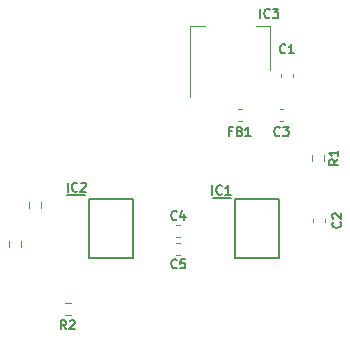
<source format=gbr>
%TF.GenerationSoftware,KiCad,Pcbnew,(6.0.0)*%
%TF.CreationDate,2022-01-23T22:47:39+07:00*%
%TF.ProjectId,NarWhelEncoderV2,4e617257-6865-46c4-956e-636f64657256,rev?*%
%TF.SameCoordinates,Original*%
%TF.FileFunction,Legend,Top*%
%TF.FilePolarity,Positive*%
%FSLAX46Y46*%
G04 Gerber Fmt 4.6, Leading zero omitted, Abs format (unit mm)*
G04 Created by KiCad (PCBNEW (6.0.0)) date 2022-01-23 22:47:39*
%MOMM*%
%LPD*%
G01*
G04 APERTURE LIST*
%ADD10C,0.127000*%
%ADD11C,0.120000*%
%ADD12C,0.200000*%
G04 APERTURE END LIST*
D10*
%TO.C,R2*%
X153621666Y-126048333D02*
X153365000Y-125681666D01*
X153181666Y-126048333D02*
X153181666Y-125278333D01*
X153475000Y-125278333D01*
X153548333Y-125315000D01*
X153585000Y-125351666D01*
X153621666Y-125425000D01*
X153621666Y-125535000D01*
X153585000Y-125608333D01*
X153548333Y-125645000D01*
X153475000Y-125681666D01*
X153181666Y-125681666D01*
X153915000Y-125351666D02*
X153951666Y-125315000D01*
X154025000Y-125278333D01*
X154208333Y-125278333D01*
X154281666Y-125315000D01*
X154318333Y-125351666D01*
X154355000Y-125425000D01*
X154355000Y-125498333D01*
X154318333Y-125608333D01*
X153878333Y-126048333D01*
X154355000Y-126048333D01*
%TO.C,FB1*%
X167658333Y-109295000D02*
X167401666Y-109295000D01*
X167401666Y-109698333D02*
X167401666Y-108928333D01*
X167768333Y-108928333D01*
X168318333Y-109295000D02*
X168428333Y-109331666D01*
X168465000Y-109368333D01*
X168501666Y-109441666D01*
X168501666Y-109551666D01*
X168465000Y-109625000D01*
X168428333Y-109661666D01*
X168355000Y-109698333D01*
X168061666Y-109698333D01*
X168061666Y-108928333D01*
X168318333Y-108928333D01*
X168391666Y-108965000D01*
X168428333Y-109001666D01*
X168465000Y-109075000D01*
X168465000Y-109148333D01*
X168428333Y-109221666D01*
X168391666Y-109258333D01*
X168318333Y-109295000D01*
X168061666Y-109295000D01*
X169235000Y-109698333D02*
X168795000Y-109698333D01*
X169015000Y-109698333D02*
X169015000Y-108928333D01*
X168941666Y-109038333D01*
X168868333Y-109111666D01*
X168795000Y-109148333D01*
%TO.C,C4*%
X162971666Y-116725000D02*
X162935000Y-116761666D01*
X162825000Y-116798333D01*
X162751666Y-116798333D01*
X162641666Y-116761666D01*
X162568333Y-116688333D01*
X162531666Y-116615000D01*
X162495000Y-116468333D01*
X162495000Y-116358333D01*
X162531666Y-116211666D01*
X162568333Y-116138333D01*
X162641666Y-116065000D01*
X162751666Y-116028333D01*
X162825000Y-116028333D01*
X162935000Y-116065000D01*
X162971666Y-116101666D01*
X163631666Y-116285000D02*
X163631666Y-116798333D01*
X163448333Y-115991666D02*
X163265000Y-116541666D01*
X163741666Y-116541666D01*
%TO.C,IC1*%
X165998333Y-114648333D02*
X165998333Y-113878333D01*
X166805000Y-114575000D02*
X166768333Y-114611666D01*
X166658333Y-114648333D01*
X166585000Y-114648333D01*
X166475000Y-114611666D01*
X166401666Y-114538333D01*
X166365000Y-114465000D01*
X166328333Y-114318333D01*
X166328333Y-114208333D01*
X166365000Y-114061666D01*
X166401666Y-113988333D01*
X166475000Y-113915000D01*
X166585000Y-113878333D01*
X166658333Y-113878333D01*
X166768333Y-113915000D01*
X166805000Y-113951666D01*
X167538333Y-114648333D02*
X167098333Y-114648333D01*
X167318333Y-114648333D02*
X167318333Y-113878333D01*
X167245000Y-113988333D01*
X167171666Y-114061666D01*
X167098333Y-114098333D01*
%TO.C,IC3*%
X170048333Y-99698333D02*
X170048333Y-98928333D01*
X170855000Y-99625000D02*
X170818333Y-99661666D01*
X170708333Y-99698333D01*
X170635000Y-99698333D01*
X170525000Y-99661666D01*
X170451666Y-99588333D01*
X170415000Y-99515000D01*
X170378333Y-99368333D01*
X170378333Y-99258333D01*
X170415000Y-99111666D01*
X170451666Y-99038333D01*
X170525000Y-98965000D01*
X170635000Y-98928333D01*
X170708333Y-98928333D01*
X170818333Y-98965000D01*
X170855000Y-99001666D01*
X171111666Y-98928333D02*
X171588333Y-98928333D01*
X171331666Y-99221666D01*
X171441666Y-99221666D01*
X171515000Y-99258333D01*
X171551666Y-99295000D01*
X171588333Y-99368333D01*
X171588333Y-99551666D01*
X171551666Y-99625000D01*
X171515000Y-99661666D01*
X171441666Y-99698333D01*
X171221666Y-99698333D01*
X171148333Y-99661666D01*
X171111666Y-99625000D01*
%TO.C,R1*%
X176648333Y-111678333D02*
X176281666Y-111935000D01*
X176648333Y-112118333D02*
X175878333Y-112118333D01*
X175878333Y-111825000D01*
X175915000Y-111751666D01*
X175951666Y-111715000D01*
X176025000Y-111678333D01*
X176135000Y-111678333D01*
X176208333Y-111715000D01*
X176245000Y-111751666D01*
X176281666Y-111825000D01*
X176281666Y-112118333D01*
X176648333Y-110945000D02*
X176648333Y-111385000D01*
X176648333Y-111165000D02*
X175878333Y-111165000D01*
X175988333Y-111238333D01*
X176061666Y-111311666D01*
X176098333Y-111385000D01*
%TO.C,C1*%
X172171666Y-102625000D02*
X172135000Y-102661666D01*
X172025000Y-102698333D01*
X171951666Y-102698333D01*
X171841666Y-102661666D01*
X171768333Y-102588333D01*
X171731666Y-102515000D01*
X171695000Y-102368333D01*
X171695000Y-102258333D01*
X171731666Y-102111666D01*
X171768333Y-102038333D01*
X171841666Y-101965000D01*
X171951666Y-101928333D01*
X172025000Y-101928333D01*
X172135000Y-101965000D01*
X172171666Y-102001666D01*
X172905000Y-102698333D02*
X172465000Y-102698333D01*
X172685000Y-102698333D02*
X172685000Y-101928333D01*
X172611666Y-102038333D01*
X172538333Y-102111666D01*
X172465000Y-102148333D01*
%TO.C,C5*%
X162971666Y-120825000D02*
X162935000Y-120861666D01*
X162825000Y-120898333D01*
X162751666Y-120898333D01*
X162641666Y-120861666D01*
X162568333Y-120788333D01*
X162531666Y-120715000D01*
X162495000Y-120568333D01*
X162495000Y-120458333D01*
X162531666Y-120311666D01*
X162568333Y-120238333D01*
X162641666Y-120165000D01*
X162751666Y-120128333D01*
X162825000Y-120128333D01*
X162935000Y-120165000D01*
X162971666Y-120201666D01*
X163668333Y-120128333D02*
X163301666Y-120128333D01*
X163265000Y-120495000D01*
X163301666Y-120458333D01*
X163375000Y-120421666D01*
X163558333Y-120421666D01*
X163631666Y-120458333D01*
X163668333Y-120495000D01*
X163705000Y-120568333D01*
X163705000Y-120751666D01*
X163668333Y-120825000D01*
X163631666Y-120861666D01*
X163558333Y-120898333D01*
X163375000Y-120898333D01*
X163301666Y-120861666D01*
X163265000Y-120825000D01*
%TO.C,C3*%
X171709166Y-109625000D02*
X171672500Y-109661666D01*
X171562500Y-109698333D01*
X171489166Y-109698333D01*
X171379166Y-109661666D01*
X171305833Y-109588333D01*
X171269166Y-109515000D01*
X171232500Y-109368333D01*
X171232500Y-109258333D01*
X171269166Y-109111666D01*
X171305833Y-109038333D01*
X171379166Y-108965000D01*
X171489166Y-108928333D01*
X171562500Y-108928333D01*
X171672500Y-108965000D01*
X171709166Y-109001666D01*
X171965833Y-108928333D02*
X172442500Y-108928333D01*
X172185833Y-109221666D01*
X172295833Y-109221666D01*
X172369166Y-109258333D01*
X172405833Y-109295000D01*
X172442500Y-109368333D01*
X172442500Y-109551666D01*
X172405833Y-109625000D01*
X172369166Y-109661666D01*
X172295833Y-109698333D01*
X172075833Y-109698333D01*
X172002500Y-109661666D01*
X171965833Y-109625000D01*
%TO.C,IC2*%
X153748333Y-114398333D02*
X153748333Y-113628333D01*
X154555000Y-114325000D02*
X154518333Y-114361666D01*
X154408333Y-114398333D01*
X154335000Y-114398333D01*
X154225000Y-114361666D01*
X154151666Y-114288333D01*
X154115000Y-114215000D01*
X154078333Y-114068333D01*
X154078333Y-113958333D01*
X154115000Y-113811666D01*
X154151666Y-113738333D01*
X154225000Y-113665000D01*
X154335000Y-113628333D01*
X154408333Y-113628333D01*
X154518333Y-113665000D01*
X154555000Y-113701666D01*
X154848333Y-113701666D02*
X154885000Y-113665000D01*
X154958333Y-113628333D01*
X155141666Y-113628333D01*
X155215000Y-113665000D01*
X155251666Y-113701666D01*
X155288333Y-113775000D01*
X155288333Y-113848333D01*
X155251666Y-113958333D01*
X154811666Y-114398333D01*
X155288333Y-114398333D01*
%TO.C,C2*%
X176825000Y-116978333D02*
X176861666Y-117015000D01*
X176898333Y-117125000D01*
X176898333Y-117198333D01*
X176861666Y-117308333D01*
X176788333Y-117381666D01*
X176715000Y-117418333D01*
X176568333Y-117455000D01*
X176458333Y-117455000D01*
X176311666Y-117418333D01*
X176238333Y-117381666D01*
X176165000Y-117308333D01*
X176128333Y-117198333D01*
X176128333Y-117125000D01*
X176165000Y-117015000D01*
X176201666Y-116978333D01*
X176201666Y-116685000D02*
X176165000Y-116648333D01*
X176128333Y-116575000D01*
X176128333Y-116391666D01*
X176165000Y-116318333D01*
X176201666Y-116281666D01*
X176275000Y-116245000D01*
X176348333Y-116245000D01*
X176458333Y-116281666D01*
X176898333Y-116721666D01*
X176898333Y-116245000D01*
D11*
%TO.C,R2*%
X154004724Y-124872500D02*
X153495276Y-124872500D01*
X154004724Y-123827500D02*
X153495276Y-123827500D01*
%TO.C,FB1*%
X168128733Y-107440000D02*
X168471267Y-107440000D01*
X168128733Y-108460000D02*
X168471267Y-108460000D01*
%TO.C,C4*%
X162953733Y-117190000D02*
X163246267Y-117190000D01*
X162953733Y-118210000D02*
X163246267Y-118210000D01*
%TO.C,R9*%
X150477500Y-115804724D02*
X150477500Y-115295276D01*
X151522500Y-115804724D02*
X151522500Y-115295276D01*
D12*
%TO.C,IC1*%
X171600000Y-115000000D02*
X171600000Y-120000000D01*
X167900000Y-115000000D02*
X171600000Y-115000000D01*
X167900000Y-120000000D02*
X167900000Y-115000000D01*
X171600000Y-120000000D02*
X167900000Y-120000000D01*
X166075000Y-114975000D02*
X167550000Y-114975000D01*
D11*
%TO.C,IC3*%
X170910000Y-100340000D02*
X169650000Y-100340000D01*
X170910000Y-104100000D02*
X170910000Y-100340000D01*
X164090000Y-100340000D02*
X165350000Y-100340000D01*
X164090000Y-106350000D02*
X164090000Y-100340000D01*
%TO.C,R1*%
X174427500Y-111295276D02*
X174427500Y-111804724D01*
X175472500Y-111295276D02*
X175472500Y-111804724D01*
%TO.C,C1*%
X171790000Y-104696267D02*
X171790000Y-104403733D01*
X172810000Y-104696267D02*
X172810000Y-104403733D01*
%TO.C,C5*%
X162953733Y-119760000D02*
X163246267Y-119760000D01*
X162953733Y-118740000D02*
X163246267Y-118740000D01*
%TO.C,C3*%
X171691233Y-108460000D02*
X171983767Y-108460000D01*
X171691233Y-107440000D02*
X171983767Y-107440000D01*
%TO.C,R10*%
X148777500Y-118545276D02*
X148777500Y-119054724D01*
X149822500Y-118545276D02*
X149822500Y-119054724D01*
D12*
%TO.C,IC2*%
X159250000Y-120000000D02*
X155550000Y-120000000D01*
X153725000Y-114650000D02*
X155200000Y-114650000D01*
X159250000Y-115000000D02*
X159250000Y-120000000D01*
X155550000Y-120000000D02*
X155550000Y-115000000D01*
X155550000Y-115000000D02*
X159250000Y-115000000D01*
D11*
%TO.C,C2*%
X174490000Y-116996267D02*
X174490000Y-116703733D01*
X175510000Y-116996267D02*
X175510000Y-116703733D01*
%TD*%
M02*

</source>
